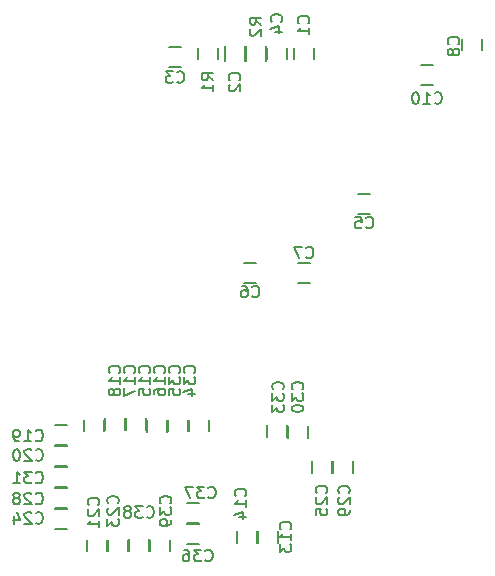
<source format=gbo>
G04 #@! TF.FileFunction,Legend,Bot*
%FSLAX46Y46*%
G04 Gerber Fmt 4.6, Leading zero omitted, Abs format (unit mm)*
G04 Created by KiCad (PCBNEW (2015-09-23 BZR 6209)-product) date Thu 24 Sep 2015 02:01:43 PM EDT*
%MOMM*%
G01*
G04 APERTURE LIST*
%ADD10C,0.100000*%
%ADD11C,0.150000*%
G04 APERTURE END LIST*
D10*
D11*
X25742000Y-10168000D02*
X25742000Y-11168000D01*
X24042000Y-11168000D02*
X24042000Y-10168000D01*
X17614000Y-10168000D02*
X17614000Y-11168000D01*
X15914000Y-11168000D02*
X15914000Y-10168000D01*
X14470000Y-11772000D02*
X13470000Y-11772000D01*
X13470000Y-10072000D02*
X14470000Y-10072000D01*
X23456000Y-10168000D02*
X23456000Y-11168000D01*
X21756000Y-11168000D02*
X21756000Y-10168000D01*
X30488000Y-24218000D02*
X29488000Y-24218000D01*
X29488000Y-22518000D02*
X30488000Y-22518000D01*
X20820000Y-30060000D02*
X19820000Y-30060000D01*
X19820000Y-28360000D02*
X20820000Y-28360000D01*
X24392000Y-28360000D02*
X25392000Y-28360000D01*
X25392000Y-30060000D02*
X24392000Y-30060000D01*
X38266000Y-10406000D02*
X38266000Y-9406000D01*
X39966000Y-9406000D02*
X39966000Y-10406000D01*
X35806000Y-13296000D02*
X34806000Y-13296000D01*
X34806000Y-11596000D02*
X35806000Y-11596000D01*
X22694000Y-51078000D02*
X22694000Y-52078000D01*
X20994000Y-52078000D02*
X20994000Y-51078000D01*
X20916000Y-51078000D02*
X20916000Y-52078000D01*
X19216000Y-52078000D02*
X19216000Y-51078000D01*
X11518000Y-41521000D02*
X11518000Y-42521000D01*
X9818000Y-42521000D02*
X9818000Y-41521000D01*
X13296000Y-41680000D02*
X13296000Y-42680000D01*
X11596000Y-42680000D02*
X11596000Y-41680000D01*
X9740000Y-41521000D02*
X9740000Y-42521000D01*
X8040000Y-42521000D02*
X8040000Y-41521000D01*
X7962000Y-41664000D02*
X7962000Y-42664000D01*
X6262000Y-42664000D02*
X6262000Y-41664000D01*
X3818000Y-42076000D02*
X4818000Y-42076000D01*
X4818000Y-43776000D02*
X3818000Y-43776000D01*
X3818000Y-43854000D02*
X4818000Y-43854000D01*
X4818000Y-45554000D02*
X3818000Y-45554000D01*
X6516000Y-52824000D02*
X6516000Y-51824000D01*
X8216000Y-51824000D02*
X8216000Y-52824000D01*
X8294000Y-52824000D02*
X8294000Y-51824000D01*
X9994000Y-51824000D02*
X9994000Y-52824000D01*
X3802000Y-49188000D02*
X4802000Y-49188000D01*
X4802000Y-50888000D02*
X3802000Y-50888000D01*
X25566000Y-46204000D02*
X25566000Y-45204000D01*
X27266000Y-45204000D02*
X27266000Y-46204000D01*
X3834000Y-47410000D02*
X4834000Y-47410000D01*
X4834000Y-49110000D02*
X3834000Y-49110000D01*
X27344000Y-46204000D02*
X27344000Y-45204000D01*
X29044000Y-45204000D02*
X29044000Y-46204000D01*
X23534000Y-43188000D02*
X23534000Y-42188000D01*
X25234000Y-42188000D02*
X25234000Y-43188000D01*
X3834000Y-45632000D02*
X4834000Y-45632000D01*
X4834000Y-47332000D02*
X3834000Y-47332000D01*
X21756000Y-43156000D02*
X21756000Y-42156000D01*
X23456000Y-42156000D02*
X23456000Y-43156000D01*
X16852000Y-41664000D02*
X16852000Y-42664000D01*
X15152000Y-42664000D02*
X15152000Y-41664000D01*
X15074000Y-41664000D02*
X15074000Y-42664000D01*
X13374000Y-42664000D02*
X13374000Y-41664000D01*
X16010000Y-52158000D02*
X15010000Y-52158000D01*
X15010000Y-50458000D02*
X16010000Y-50458000D01*
X15994000Y-50380000D02*
X14994000Y-50380000D01*
X14994000Y-48680000D02*
X15994000Y-48680000D01*
X10072000Y-52808000D02*
X10072000Y-51808000D01*
X11772000Y-51808000D02*
X11772000Y-52808000D01*
X11850000Y-52824000D02*
X11850000Y-51824000D01*
X13550000Y-51824000D02*
X13550000Y-52824000D01*
X19925000Y-11268000D02*
X19925000Y-10068000D01*
X18175000Y-10068000D02*
X18175000Y-11268000D01*
X19953000Y-10068000D02*
X19953000Y-11268000D01*
X21703000Y-11268000D02*
X21703000Y-10068000D01*
X25249143Y-8088334D02*
X25296762Y-8040715D01*
X25344381Y-7897858D01*
X25344381Y-7802620D01*
X25296762Y-7659762D01*
X25201524Y-7564524D01*
X25106286Y-7516905D01*
X24915810Y-7469286D01*
X24772952Y-7469286D01*
X24582476Y-7516905D01*
X24487238Y-7564524D01*
X24392000Y-7659762D01*
X24344381Y-7802620D01*
X24344381Y-7897858D01*
X24392000Y-8040715D01*
X24439619Y-8088334D01*
X25344381Y-9040715D02*
X25344381Y-8469286D01*
X25344381Y-8755000D02*
X24344381Y-8755000D01*
X24487238Y-8659762D01*
X24582476Y-8564524D01*
X24630095Y-8469286D01*
X19407143Y-12914334D02*
X19454762Y-12866715D01*
X19502381Y-12723858D01*
X19502381Y-12628620D01*
X19454762Y-12485762D01*
X19359524Y-12390524D01*
X19264286Y-12342905D01*
X19073810Y-12295286D01*
X18930952Y-12295286D01*
X18740476Y-12342905D01*
X18645238Y-12390524D01*
X18550000Y-12485762D01*
X18502381Y-12628620D01*
X18502381Y-12723858D01*
X18550000Y-12866715D01*
X18597619Y-12914334D01*
X18597619Y-13295286D02*
X18550000Y-13342905D01*
X18502381Y-13438143D01*
X18502381Y-13676239D01*
X18550000Y-13771477D01*
X18597619Y-13819096D01*
X18692857Y-13866715D01*
X18788095Y-13866715D01*
X18930952Y-13819096D01*
X19502381Y-13247667D01*
X19502381Y-13866715D01*
X14136666Y-13057143D02*
X14184285Y-13104762D01*
X14327142Y-13152381D01*
X14422380Y-13152381D01*
X14565238Y-13104762D01*
X14660476Y-13009524D01*
X14708095Y-12914286D01*
X14755714Y-12723810D01*
X14755714Y-12580952D01*
X14708095Y-12390476D01*
X14660476Y-12295238D01*
X14565238Y-12200000D01*
X14422380Y-12152381D01*
X14327142Y-12152381D01*
X14184285Y-12200000D01*
X14136666Y-12247619D01*
X13803333Y-12152381D02*
X13184285Y-12152381D01*
X13517619Y-12533333D01*
X13374761Y-12533333D01*
X13279523Y-12580952D01*
X13231904Y-12628571D01*
X13184285Y-12723810D01*
X13184285Y-12961905D01*
X13231904Y-13057143D01*
X13279523Y-13104762D01*
X13374761Y-13152381D01*
X13660476Y-13152381D01*
X13755714Y-13104762D01*
X13803333Y-13057143D01*
X22963143Y-7961334D02*
X23010762Y-7913715D01*
X23058381Y-7770858D01*
X23058381Y-7675620D01*
X23010762Y-7532762D01*
X22915524Y-7437524D01*
X22820286Y-7389905D01*
X22629810Y-7342286D01*
X22486952Y-7342286D01*
X22296476Y-7389905D01*
X22201238Y-7437524D01*
X22106000Y-7532762D01*
X22058381Y-7675620D01*
X22058381Y-7770858D01*
X22106000Y-7913715D01*
X22153619Y-7961334D01*
X22391714Y-8818477D02*
X23058381Y-8818477D01*
X22010762Y-8580381D02*
X22725048Y-8342286D01*
X22725048Y-8961334D01*
X30138666Y-25376143D02*
X30186285Y-25423762D01*
X30329142Y-25471381D01*
X30424380Y-25471381D01*
X30567238Y-25423762D01*
X30662476Y-25328524D01*
X30710095Y-25233286D01*
X30757714Y-25042810D01*
X30757714Y-24899952D01*
X30710095Y-24709476D01*
X30662476Y-24614238D01*
X30567238Y-24519000D01*
X30424380Y-24471381D01*
X30329142Y-24471381D01*
X30186285Y-24519000D01*
X30138666Y-24566619D01*
X29233904Y-24471381D02*
X29710095Y-24471381D01*
X29757714Y-24947571D01*
X29710095Y-24899952D01*
X29614857Y-24852333D01*
X29376761Y-24852333D01*
X29281523Y-24899952D01*
X29233904Y-24947571D01*
X29186285Y-25042810D01*
X29186285Y-25280905D01*
X29233904Y-25376143D01*
X29281523Y-25423762D01*
X29376761Y-25471381D01*
X29614857Y-25471381D01*
X29710095Y-25423762D01*
X29757714Y-25376143D01*
X20486666Y-31218143D02*
X20534285Y-31265762D01*
X20677142Y-31313381D01*
X20772380Y-31313381D01*
X20915238Y-31265762D01*
X21010476Y-31170524D01*
X21058095Y-31075286D01*
X21105714Y-30884810D01*
X21105714Y-30741952D01*
X21058095Y-30551476D01*
X21010476Y-30456238D01*
X20915238Y-30361000D01*
X20772380Y-30313381D01*
X20677142Y-30313381D01*
X20534285Y-30361000D01*
X20486666Y-30408619D01*
X19629523Y-30313381D02*
X19820000Y-30313381D01*
X19915238Y-30361000D01*
X19962857Y-30408619D01*
X20058095Y-30551476D01*
X20105714Y-30741952D01*
X20105714Y-31122905D01*
X20058095Y-31218143D01*
X20010476Y-31265762D01*
X19915238Y-31313381D01*
X19724761Y-31313381D01*
X19629523Y-31265762D01*
X19581904Y-31218143D01*
X19534285Y-31122905D01*
X19534285Y-30884810D01*
X19581904Y-30789571D01*
X19629523Y-30741952D01*
X19724761Y-30694333D01*
X19915238Y-30694333D01*
X20010476Y-30741952D01*
X20058095Y-30789571D01*
X20105714Y-30884810D01*
X25058666Y-27916143D02*
X25106285Y-27963762D01*
X25249142Y-28011381D01*
X25344380Y-28011381D01*
X25487238Y-27963762D01*
X25582476Y-27868524D01*
X25630095Y-27773286D01*
X25677714Y-27582810D01*
X25677714Y-27439952D01*
X25630095Y-27249476D01*
X25582476Y-27154238D01*
X25487238Y-27059000D01*
X25344380Y-27011381D01*
X25249142Y-27011381D01*
X25106285Y-27059000D01*
X25058666Y-27106619D01*
X24725333Y-27011381D02*
X24058666Y-27011381D01*
X24487238Y-28011381D01*
X37949143Y-9866334D02*
X37996762Y-9818715D01*
X38044381Y-9675858D01*
X38044381Y-9580620D01*
X37996762Y-9437762D01*
X37901524Y-9342524D01*
X37806286Y-9294905D01*
X37615810Y-9247286D01*
X37472952Y-9247286D01*
X37282476Y-9294905D01*
X37187238Y-9342524D01*
X37092000Y-9437762D01*
X37044381Y-9580620D01*
X37044381Y-9675858D01*
X37092000Y-9818715D01*
X37139619Y-9866334D01*
X37472952Y-10437762D02*
X37425333Y-10342524D01*
X37377714Y-10294905D01*
X37282476Y-10247286D01*
X37234857Y-10247286D01*
X37139619Y-10294905D01*
X37092000Y-10342524D01*
X37044381Y-10437762D01*
X37044381Y-10628239D01*
X37092000Y-10723477D01*
X37139619Y-10771096D01*
X37234857Y-10818715D01*
X37282476Y-10818715D01*
X37377714Y-10771096D01*
X37425333Y-10723477D01*
X37472952Y-10628239D01*
X37472952Y-10437762D01*
X37520571Y-10342524D01*
X37568190Y-10294905D01*
X37663429Y-10247286D01*
X37853905Y-10247286D01*
X37949143Y-10294905D01*
X37996762Y-10342524D01*
X38044381Y-10437762D01*
X38044381Y-10628239D01*
X37996762Y-10723477D01*
X37949143Y-10771096D01*
X37853905Y-10818715D01*
X37663429Y-10818715D01*
X37568190Y-10771096D01*
X37520571Y-10723477D01*
X37472952Y-10628239D01*
X35948857Y-14835143D02*
X35996476Y-14882762D01*
X36139333Y-14930381D01*
X36234571Y-14930381D01*
X36377429Y-14882762D01*
X36472667Y-14787524D01*
X36520286Y-14692286D01*
X36567905Y-14501810D01*
X36567905Y-14358952D01*
X36520286Y-14168476D01*
X36472667Y-14073238D01*
X36377429Y-13978000D01*
X36234571Y-13930381D01*
X36139333Y-13930381D01*
X35996476Y-13978000D01*
X35948857Y-14025619D01*
X34996476Y-14930381D02*
X35567905Y-14930381D01*
X35282191Y-14930381D02*
X35282191Y-13930381D01*
X35377429Y-14073238D01*
X35472667Y-14168476D01*
X35567905Y-14216095D01*
X34377429Y-13930381D02*
X34282190Y-13930381D01*
X34186952Y-13978000D01*
X34139333Y-14025619D01*
X34091714Y-14120857D01*
X34044095Y-14311333D01*
X34044095Y-14549429D01*
X34091714Y-14739905D01*
X34139333Y-14835143D01*
X34186952Y-14882762D01*
X34282190Y-14930381D01*
X34377429Y-14930381D01*
X34472667Y-14882762D01*
X34520286Y-14835143D01*
X34567905Y-14739905D01*
X34615524Y-14549429D01*
X34615524Y-14311333D01*
X34567905Y-14120857D01*
X34520286Y-14025619D01*
X34472667Y-13978000D01*
X34377429Y-13930381D01*
X23725143Y-50935143D02*
X23772762Y-50887524D01*
X23820381Y-50744667D01*
X23820381Y-50649429D01*
X23772762Y-50506571D01*
X23677524Y-50411333D01*
X23582286Y-50363714D01*
X23391810Y-50316095D01*
X23248952Y-50316095D01*
X23058476Y-50363714D01*
X22963238Y-50411333D01*
X22868000Y-50506571D01*
X22820381Y-50649429D01*
X22820381Y-50744667D01*
X22868000Y-50887524D01*
X22915619Y-50935143D01*
X23820381Y-51887524D02*
X23820381Y-51316095D01*
X23820381Y-51601809D02*
X22820381Y-51601809D01*
X22963238Y-51506571D01*
X23058476Y-51411333D01*
X23106095Y-51316095D01*
X22820381Y-52220857D02*
X22820381Y-52839905D01*
X23201333Y-52506571D01*
X23201333Y-52649429D01*
X23248952Y-52744667D01*
X23296571Y-52792286D01*
X23391810Y-52839905D01*
X23629905Y-52839905D01*
X23725143Y-52792286D01*
X23772762Y-52744667D01*
X23820381Y-52649429D01*
X23820381Y-52363714D01*
X23772762Y-52268476D01*
X23725143Y-52220857D01*
X19915143Y-48125143D02*
X19962762Y-48077524D01*
X20010381Y-47934667D01*
X20010381Y-47839429D01*
X19962762Y-47696571D01*
X19867524Y-47601333D01*
X19772286Y-47553714D01*
X19581810Y-47506095D01*
X19438952Y-47506095D01*
X19248476Y-47553714D01*
X19153238Y-47601333D01*
X19058000Y-47696571D01*
X19010381Y-47839429D01*
X19010381Y-47934667D01*
X19058000Y-48077524D01*
X19105619Y-48125143D01*
X20010381Y-49077524D02*
X20010381Y-48506095D01*
X20010381Y-48791809D02*
X19010381Y-48791809D01*
X19153238Y-48696571D01*
X19248476Y-48601333D01*
X19296095Y-48506095D01*
X19343714Y-49934667D02*
X20010381Y-49934667D01*
X18962762Y-49696571D02*
X19677048Y-49458476D01*
X19677048Y-50077524D01*
X11787143Y-37711143D02*
X11834762Y-37663524D01*
X11882381Y-37520667D01*
X11882381Y-37425429D01*
X11834762Y-37282571D01*
X11739524Y-37187333D01*
X11644286Y-37139714D01*
X11453810Y-37092095D01*
X11310952Y-37092095D01*
X11120476Y-37139714D01*
X11025238Y-37187333D01*
X10930000Y-37282571D01*
X10882381Y-37425429D01*
X10882381Y-37520667D01*
X10930000Y-37663524D01*
X10977619Y-37711143D01*
X11882381Y-38663524D02*
X11882381Y-38092095D01*
X11882381Y-38377809D02*
X10882381Y-38377809D01*
X11025238Y-38282571D01*
X11120476Y-38187333D01*
X11168095Y-38092095D01*
X10882381Y-39568286D02*
X10882381Y-39092095D01*
X11358571Y-39044476D01*
X11310952Y-39092095D01*
X11263333Y-39187333D01*
X11263333Y-39425429D01*
X11310952Y-39520667D01*
X11358571Y-39568286D01*
X11453810Y-39615905D01*
X11691905Y-39615905D01*
X11787143Y-39568286D01*
X11834762Y-39520667D01*
X11882381Y-39425429D01*
X11882381Y-39187333D01*
X11834762Y-39092095D01*
X11787143Y-39044476D01*
X13057143Y-37711143D02*
X13104762Y-37663524D01*
X13152381Y-37520667D01*
X13152381Y-37425429D01*
X13104762Y-37282571D01*
X13009524Y-37187333D01*
X12914286Y-37139714D01*
X12723810Y-37092095D01*
X12580952Y-37092095D01*
X12390476Y-37139714D01*
X12295238Y-37187333D01*
X12200000Y-37282571D01*
X12152381Y-37425429D01*
X12152381Y-37520667D01*
X12200000Y-37663524D01*
X12247619Y-37711143D01*
X13152381Y-38663524D02*
X13152381Y-38092095D01*
X13152381Y-38377809D02*
X12152381Y-38377809D01*
X12295238Y-38282571D01*
X12390476Y-38187333D01*
X12438095Y-38092095D01*
X12152381Y-39520667D02*
X12152381Y-39330190D01*
X12200000Y-39234952D01*
X12247619Y-39187333D01*
X12390476Y-39092095D01*
X12580952Y-39044476D01*
X12961905Y-39044476D01*
X13057143Y-39092095D01*
X13104762Y-39139714D01*
X13152381Y-39234952D01*
X13152381Y-39425429D01*
X13104762Y-39520667D01*
X13057143Y-39568286D01*
X12961905Y-39615905D01*
X12723810Y-39615905D01*
X12628571Y-39568286D01*
X12580952Y-39520667D01*
X12533333Y-39425429D01*
X12533333Y-39234952D01*
X12580952Y-39139714D01*
X12628571Y-39092095D01*
X12723810Y-39044476D01*
X10517143Y-37711143D02*
X10564762Y-37663524D01*
X10612381Y-37520667D01*
X10612381Y-37425429D01*
X10564762Y-37282571D01*
X10469524Y-37187333D01*
X10374286Y-37139714D01*
X10183810Y-37092095D01*
X10040952Y-37092095D01*
X9850476Y-37139714D01*
X9755238Y-37187333D01*
X9660000Y-37282571D01*
X9612381Y-37425429D01*
X9612381Y-37520667D01*
X9660000Y-37663524D01*
X9707619Y-37711143D01*
X10612381Y-38663524D02*
X10612381Y-38092095D01*
X10612381Y-38377809D02*
X9612381Y-38377809D01*
X9755238Y-38282571D01*
X9850476Y-38187333D01*
X9898095Y-38092095D01*
X9612381Y-38996857D02*
X9612381Y-39663524D01*
X10612381Y-39234952D01*
X9247143Y-37711143D02*
X9294762Y-37663524D01*
X9342381Y-37520667D01*
X9342381Y-37425429D01*
X9294762Y-37282571D01*
X9199524Y-37187333D01*
X9104286Y-37139714D01*
X8913810Y-37092095D01*
X8770952Y-37092095D01*
X8580476Y-37139714D01*
X8485238Y-37187333D01*
X8390000Y-37282571D01*
X8342381Y-37425429D01*
X8342381Y-37520667D01*
X8390000Y-37663524D01*
X8437619Y-37711143D01*
X9342381Y-38663524D02*
X9342381Y-38092095D01*
X9342381Y-38377809D02*
X8342381Y-38377809D01*
X8485238Y-38282571D01*
X8580476Y-38187333D01*
X8628095Y-38092095D01*
X8770952Y-39234952D02*
X8723333Y-39139714D01*
X8675714Y-39092095D01*
X8580476Y-39044476D01*
X8532857Y-39044476D01*
X8437619Y-39092095D01*
X8390000Y-39139714D01*
X8342381Y-39234952D01*
X8342381Y-39425429D01*
X8390000Y-39520667D01*
X8437619Y-39568286D01*
X8532857Y-39615905D01*
X8580476Y-39615905D01*
X8675714Y-39568286D01*
X8723333Y-39520667D01*
X8770952Y-39425429D01*
X8770952Y-39234952D01*
X8818571Y-39139714D01*
X8866190Y-39092095D01*
X8961429Y-39044476D01*
X9151905Y-39044476D01*
X9247143Y-39092095D01*
X9294762Y-39139714D01*
X9342381Y-39234952D01*
X9342381Y-39425429D01*
X9294762Y-39520667D01*
X9247143Y-39568286D01*
X9151905Y-39615905D01*
X8961429Y-39615905D01*
X8866190Y-39568286D01*
X8818571Y-39520667D01*
X8770952Y-39425429D01*
X2166857Y-43410143D02*
X2214476Y-43457762D01*
X2357333Y-43505381D01*
X2452571Y-43505381D01*
X2595429Y-43457762D01*
X2690667Y-43362524D01*
X2738286Y-43267286D01*
X2785905Y-43076810D01*
X2785905Y-42933952D01*
X2738286Y-42743476D01*
X2690667Y-42648238D01*
X2595429Y-42553000D01*
X2452571Y-42505381D01*
X2357333Y-42505381D01*
X2214476Y-42553000D01*
X2166857Y-42600619D01*
X1214476Y-43505381D02*
X1785905Y-43505381D01*
X1500191Y-43505381D02*
X1500191Y-42505381D01*
X1595429Y-42648238D01*
X1690667Y-42743476D01*
X1785905Y-42791095D01*
X738286Y-43505381D02*
X547810Y-43505381D01*
X452571Y-43457762D01*
X404952Y-43410143D01*
X309714Y-43267286D01*
X262095Y-43076810D01*
X262095Y-42695857D01*
X309714Y-42600619D01*
X357333Y-42553000D01*
X452571Y-42505381D01*
X643048Y-42505381D01*
X738286Y-42553000D01*
X785905Y-42600619D01*
X833524Y-42695857D01*
X833524Y-42933952D01*
X785905Y-43029190D01*
X738286Y-43076810D01*
X643048Y-43124429D01*
X452571Y-43124429D01*
X357333Y-43076810D01*
X309714Y-43029190D01*
X262095Y-42933952D01*
X2166857Y-45061143D02*
X2214476Y-45108762D01*
X2357333Y-45156381D01*
X2452571Y-45156381D01*
X2595429Y-45108762D01*
X2690667Y-45013524D01*
X2738286Y-44918286D01*
X2785905Y-44727810D01*
X2785905Y-44584952D01*
X2738286Y-44394476D01*
X2690667Y-44299238D01*
X2595429Y-44204000D01*
X2452571Y-44156381D01*
X2357333Y-44156381D01*
X2214476Y-44204000D01*
X2166857Y-44251619D01*
X1785905Y-44251619D02*
X1738286Y-44204000D01*
X1643048Y-44156381D01*
X1404952Y-44156381D01*
X1309714Y-44204000D01*
X1262095Y-44251619D01*
X1214476Y-44346857D01*
X1214476Y-44442095D01*
X1262095Y-44584952D01*
X1833524Y-45156381D01*
X1214476Y-45156381D01*
X595429Y-44156381D02*
X500190Y-44156381D01*
X404952Y-44204000D01*
X357333Y-44251619D01*
X309714Y-44346857D01*
X262095Y-44537333D01*
X262095Y-44775429D01*
X309714Y-44965905D01*
X357333Y-45061143D01*
X404952Y-45108762D01*
X500190Y-45156381D01*
X595429Y-45156381D01*
X690667Y-45108762D01*
X738286Y-45061143D01*
X785905Y-44965905D01*
X833524Y-44775429D01*
X833524Y-44537333D01*
X785905Y-44346857D01*
X738286Y-44251619D01*
X690667Y-44204000D01*
X595429Y-44156381D01*
X7469143Y-48887143D02*
X7516762Y-48839524D01*
X7564381Y-48696667D01*
X7564381Y-48601429D01*
X7516762Y-48458571D01*
X7421524Y-48363333D01*
X7326286Y-48315714D01*
X7135810Y-48268095D01*
X6992952Y-48268095D01*
X6802476Y-48315714D01*
X6707238Y-48363333D01*
X6612000Y-48458571D01*
X6564381Y-48601429D01*
X6564381Y-48696667D01*
X6612000Y-48839524D01*
X6659619Y-48887143D01*
X6659619Y-49268095D02*
X6612000Y-49315714D01*
X6564381Y-49410952D01*
X6564381Y-49649048D01*
X6612000Y-49744286D01*
X6659619Y-49791905D01*
X6754857Y-49839524D01*
X6850095Y-49839524D01*
X6992952Y-49791905D01*
X7564381Y-49220476D01*
X7564381Y-49839524D01*
X7564381Y-50791905D02*
X7564381Y-50220476D01*
X7564381Y-50506190D02*
X6564381Y-50506190D01*
X6707238Y-50410952D01*
X6802476Y-50315714D01*
X6850095Y-50220476D01*
X9120143Y-48760143D02*
X9167762Y-48712524D01*
X9215381Y-48569667D01*
X9215381Y-48474429D01*
X9167762Y-48331571D01*
X9072524Y-48236333D01*
X8977286Y-48188714D01*
X8786810Y-48141095D01*
X8643952Y-48141095D01*
X8453476Y-48188714D01*
X8358238Y-48236333D01*
X8263000Y-48331571D01*
X8215381Y-48474429D01*
X8215381Y-48569667D01*
X8263000Y-48712524D01*
X8310619Y-48760143D01*
X8310619Y-49141095D02*
X8263000Y-49188714D01*
X8215381Y-49283952D01*
X8215381Y-49522048D01*
X8263000Y-49617286D01*
X8310619Y-49664905D01*
X8405857Y-49712524D01*
X8501095Y-49712524D01*
X8643952Y-49664905D01*
X9215381Y-49093476D01*
X9215381Y-49712524D01*
X8215381Y-50045857D02*
X8215381Y-50664905D01*
X8596333Y-50331571D01*
X8596333Y-50474429D01*
X8643952Y-50569667D01*
X8691571Y-50617286D01*
X8786810Y-50664905D01*
X9024905Y-50664905D01*
X9120143Y-50617286D01*
X9167762Y-50569667D01*
X9215381Y-50474429D01*
X9215381Y-50188714D01*
X9167762Y-50093476D01*
X9120143Y-50045857D01*
X2166857Y-50395143D02*
X2214476Y-50442762D01*
X2357333Y-50490381D01*
X2452571Y-50490381D01*
X2595429Y-50442762D01*
X2690667Y-50347524D01*
X2738286Y-50252286D01*
X2785905Y-50061810D01*
X2785905Y-49918952D01*
X2738286Y-49728476D01*
X2690667Y-49633238D01*
X2595429Y-49538000D01*
X2452571Y-49490381D01*
X2357333Y-49490381D01*
X2214476Y-49538000D01*
X2166857Y-49585619D01*
X1785905Y-49585619D02*
X1738286Y-49538000D01*
X1643048Y-49490381D01*
X1404952Y-49490381D01*
X1309714Y-49538000D01*
X1262095Y-49585619D01*
X1214476Y-49680857D01*
X1214476Y-49776095D01*
X1262095Y-49918952D01*
X1833524Y-50490381D01*
X1214476Y-50490381D01*
X357333Y-49823714D02*
X357333Y-50490381D01*
X595429Y-49442762D02*
X833524Y-50157048D01*
X214476Y-50157048D01*
X26773143Y-47871143D02*
X26820762Y-47823524D01*
X26868381Y-47680667D01*
X26868381Y-47585429D01*
X26820762Y-47442571D01*
X26725524Y-47347333D01*
X26630286Y-47299714D01*
X26439810Y-47252095D01*
X26296952Y-47252095D01*
X26106476Y-47299714D01*
X26011238Y-47347333D01*
X25916000Y-47442571D01*
X25868381Y-47585429D01*
X25868381Y-47680667D01*
X25916000Y-47823524D01*
X25963619Y-47871143D01*
X25963619Y-48252095D02*
X25916000Y-48299714D01*
X25868381Y-48394952D01*
X25868381Y-48633048D01*
X25916000Y-48728286D01*
X25963619Y-48775905D01*
X26058857Y-48823524D01*
X26154095Y-48823524D01*
X26296952Y-48775905D01*
X26868381Y-48204476D01*
X26868381Y-48823524D01*
X25868381Y-49728286D02*
X25868381Y-49252095D01*
X26344571Y-49204476D01*
X26296952Y-49252095D01*
X26249333Y-49347333D01*
X26249333Y-49585429D01*
X26296952Y-49680667D01*
X26344571Y-49728286D01*
X26439810Y-49775905D01*
X26677905Y-49775905D01*
X26773143Y-49728286D01*
X26820762Y-49680667D01*
X26868381Y-49585429D01*
X26868381Y-49347333D01*
X26820762Y-49252095D01*
X26773143Y-49204476D01*
X2166857Y-48744143D02*
X2214476Y-48791762D01*
X2357333Y-48839381D01*
X2452571Y-48839381D01*
X2595429Y-48791762D01*
X2690667Y-48696524D01*
X2738286Y-48601286D01*
X2785905Y-48410810D01*
X2785905Y-48267952D01*
X2738286Y-48077476D01*
X2690667Y-47982238D01*
X2595429Y-47887000D01*
X2452571Y-47839381D01*
X2357333Y-47839381D01*
X2214476Y-47887000D01*
X2166857Y-47934619D01*
X1785905Y-47934619D02*
X1738286Y-47887000D01*
X1643048Y-47839381D01*
X1404952Y-47839381D01*
X1309714Y-47887000D01*
X1262095Y-47934619D01*
X1214476Y-48029857D01*
X1214476Y-48125095D01*
X1262095Y-48267952D01*
X1833524Y-48839381D01*
X1214476Y-48839381D01*
X643048Y-48267952D02*
X738286Y-48220333D01*
X785905Y-48172714D01*
X833524Y-48077476D01*
X833524Y-48029857D01*
X785905Y-47934619D01*
X738286Y-47887000D01*
X643048Y-47839381D01*
X452571Y-47839381D01*
X357333Y-47887000D01*
X309714Y-47934619D01*
X262095Y-48029857D01*
X262095Y-48077476D01*
X309714Y-48172714D01*
X357333Y-48220333D01*
X452571Y-48267952D01*
X643048Y-48267952D01*
X738286Y-48315571D01*
X785905Y-48363190D01*
X833524Y-48458429D01*
X833524Y-48648905D01*
X785905Y-48744143D01*
X738286Y-48791762D01*
X643048Y-48839381D01*
X452571Y-48839381D01*
X357333Y-48791762D01*
X309714Y-48744143D01*
X262095Y-48648905D01*
X262095Y-48458429D01*
X309714Y-48363190D01*
X357333Y-48315571D01*
X452571Y-48267952D01*
X28678143Y-47871143D02*
X28725762Y-47823524D01*
X28773381Y-47680667D01*
X28773381Y-47585429D01*
X28725762Y-47442571D01*
X28630524Y-47347333D01*
X28535286Y-47299714D01*
X28344810Y-47252095D01*
X28201952Y-47252095D01*
X28011476Y-47299714D01*
X27916238Y-47347333D01*
X27821000Y-47442571D01*
X27773381Y-47585429D01*
X27773381Y-47680667D01*
X27821000Y-47823524D01*
X27868619Y-47871143D01*
X27868619Y-48252095D02*
X27821000Y-48299714D01*
X27773381Y-48394952D01*
X27773381Y-48633048D01*
X27821000Y-48728286D01*
X27868619Y-48775905D01*
X27963857Y-48823524D01*
X28059095Y-48823524D01*
X28201952Y-48775905D01*
X28773381Y-48204476D01*
X28773381Y-48823524D01*
X28773381Y-49299714D02*
X28773381Y-49490190D01*
X28725762Y-49585429D01*
X28678143Y-49633048D01*
X28535286Y-49728286D01*
X28344810Y-49775905D01*
X27963857Y-49775905D01*
X27868619Y-49728286D01*
X27821000Y-49680667D01*
X27773381Y-49585429D01*
X27773381Y-49394952D01*
X27821000Y-49299714D01*
X27868619Y-49252095D01*
X27963857Y-49204476D01*
X28201952Y-49204476D01*
X28297190Y-49252095D01*
X28344810Y-49299714D01*
X28392429Y-49394952D01*
X28392429Y-49585429D01*
X28344810Y-49680667D01*
X28297190Y-49728286D01*
X28201952Y-49775905D01*
X24741143Y-39108143D02*
X24788762Y-39060524D01*
X24836381Y-38917667D01*
X24836381Y-38822429D01*
X24788762Y-38679571D01*
X24693524Y-38584333D01*
X24598286Y-38536714D01*
X24407810Y-38489095D01*
X24264952Y-38489095D01*
X24074476Y-38536714D01*
X23979238Y-38584333D01*
X23884000Y-38679571D01*
X23836381Y-38822429D01*
X23836381Y-38917667D01*
X23884000Y-39060524D01*
X23931619Y-39108143D01*
X23836381Y-39441476D02*
X23836381Y-40060524D01*
X24217333Y-39727190D01*
X24217333Y-39870048D01*
X24264952Y-39965286D01*
X24312571Y-40012905D01*
X24407810Y-40060524D01*
X24645905Y-40060524D01*
X24741143Y-40012905D01*
X24788762Y-39965286D01*
X24836381Y-39870048D01*
X24836381Y-39584333D01*
X24788762Y-39489095D01*
X24741143Y-39441476D01*
X23836381Y-40679571D02*
X23836381Y-40774810D01*
X23884000Y-40870048D01*
X23931619Y-40917667D01*
X24026857Y-40965286D01*
X24217333Y-41012905D01*
X24455429Y-41012905D01*
X24645905Y-40965286D01*
X24741143Y-40917667D01*
X24788762Y-40870048D01*
X24836381Y-40774810D01*
X24836381Y-40679571D01*
X24788762Y-40584333D01*
X24741143Y-40536714D01*
X24645905Y-40489095D01*
X24455429Y-40441476D01*
X24217333Y-40441476D01*
X24026857Y-40489095D01*
X23931619Y-40536714D01*
X23884000Y-40584333D01*
X23836381Y-40679571D01*
X2166857Y-46966143D02*
X2214476Y-47013762D01*
X2357333Y-47061381D01*
X2452571Y-47061381D01*
X2595429Y-47013762D01*
X2690667Y-46918524D01*
X2738286Y-46823286D01*
X2785905Y-46632810D01*
X2785905Y-46489952D01*
X2738286Y-46299476D01*
X2690667Y-46204238D01*
X2595429Y-46109000D01*
X2452571Y-46061381D01*
X2357333Y-46061381D01*
X2214476Y-46109000D01*
X2166857Y-46156619D01*
X1833524Y-46061381D02*
X1214476Y-46061381D01*
X1547810Y-46442333D01*
X1404952Y-46442333D01*
X1309714Y-46489952D01*
X1262095Y-46537571D01*
X1214476Y-46632810D01*
X1214476Y-46870905D01*
X1262095Y-46966143D01*
X1309714Y-47013762D01*
X1404952Y-47061381D01*
X1690667Y-47061381D01*
X1785905Y-47013762D01*
X1833524Y-46966143D01*
X262095Y-47061381D02*
X833524Y-47061381D01*
X547810Y-47061381D02*
X547810Y-46061381D01*
X643048Y-46204238D01*
X738286Y-46299476D01*
X833524Y-46347095D01*
X23090143Y-39108143D02*
X23137762Y-39060524D01*
X23185381Y-38917667D01*
X23185381Y-38822429D01*
X23137762Y-38679571D01*
X23042524Y-38584333D01*
X22947286Y-38536714D01*
X22756810Y-38489095D01*
X22613952Y-38489095D01*
X22423476Y-38536714D01*
X22328238Y-38584333D01*
X22233000Y-38679571D01*
X22185381Y-38822429D01*
X22185381Y-38917667D01*
X22233000Y-39060524D01*
X22280619Y-39108143D01*
X22185381Y-39441476D02*
X22185381Y-40060524D01*
X22566333Y-39727190D01*
X22566333Y-39870048D01*
X22613952Y-39965286D01*
X22661571Y-40012905D01*
X22756810Y-40060524D01*
X22994905Y-40060524D01*
X23090143Y-40012905D01*
X23137762Y-39965286D01*
X23185381Y-39870048D01*
X23185381Y-39584333D01*
X23137762Y-39489095D01*
X23090143Y-39441476D01*
X22185381Y-40393857D02*
X22185381Y-41012905D01*
X22566333Y-40679571D01*
X22566333Y-40822429D01*
X22613952Y-40917667D01*
X22661571Y-40965286D01*
X22756810Y-41012905D01*
X22994905Y-41012905D01*
X23090143Y-40965286D01*
X23137762Y-40917667D01*
X23185381Y-40822429D01*
X23185381Y-40536714D01*
X23137762Y-40441476D01*
X23090143Y-40393857D01*
X15597143Y-37711143D02*
X15644762Y-37663524D01*
X15692381Y-37520667D01*
X15692381Y-37425429D01*
X15644762Y-37282571D01*
X15549524Y-37187333D01*
X15454286Y-37139714D01*
X15263810Y-37092095D01*
X15120952Y-37092095D01*
X14930476Y-37139714D01*
X14835238Y-37187333D01*
X14740000Y-37282571D01*
X14692381Y-37425429D01*
X14692381Y-37520667D01*
X14740000Y-37663524D01*
X14787619Y-37711143D01*
X14692381Y-38044476D02*
X14692381Y-38663524D01*
X15073333Y-38330190D01*
X15073333Y-38473048D01*
X15120952Y-38568286D01*
X15168571Y-38615905D01*
X15263810Y-38663524D01*
X15501905Y-38663524D01*
X15597143Y-38615905D01*
X15644762Y-38568286D01*
X15692381Y-38473048D01*
X15692381Y-38187333D01*
X15644762Y-38092095D01*
X15597143Y-38044476D01*
X15025714Y-39520667D02*
X15692381Y-39520667D01*
X14644762Y-39282571D02*
X15359048Y-39044476D01*
X15359048Y-39663524D01*
X14327143Y-37711143D02*
X14374762Y-37663524D01*
X14422381Y-37520667D01*
X14422381Y-37425429D01*
X14374762Y-37282571D01*
X14279524Y-37187333D01*
X14184286Y-37139714D01*
X13993810Y-37092095D01*
X13850952Y-37092095D01*
X13660476Y-37139714D01*
X13565238Y-37187333D01*
X13470000Y-37282571D01*
X13422381Y-37425429D01*
X13422381Y-37520667D01*
X13470000Y-37663524D01*
X13517619Y-37711143D01*
X13422381Y-38044476D02*
X13422381Y-38663524D01*
X13803333Y-38330190D01*
X13803333Y-38473048D01*
X13850952Y-38568286D01*
X13898571Y-38615905D01*
X13993810Y-38663524D01*
X14231905Y-38663524D01*
X14327143Y-38615905D01*
X14374762Y-38568286D01*
X14422381Y-38473048D01*
X14422381Y-38187333D01*
X14374762Y-38092095D01*
X14327143Y-38044476D01*
X13422381Y-39568286D02*
X13422381Y-39092095D01*
X13898571Y-39044476D01*
X13850952Y-39092095D01*
X13803333Y-39187333D01*
X13803333Y-39425429D01*
X13850952Y-39520667D01*
X13898571Y-39568286D01*
X13993810Y-39615905D01*
X14231905Y-39615905D01*
X14327143Y-39568286D01*
X14374762Y-39520667D01*
X14422381Y-39425429D01*
X14422381Y-39187333D01*
X14374762Y-39092095D01*
X14327143Y-39044476D01*
X16517857Y-53570143D02*
X16565476Y-53617762D01*
X16708333Y-53665381D01*
X16803571Y-53665381D01*
X16946429Y-53617762D01*
X17041667Y-53522524D01*
X17089286Y-53427286D01*
X17136905Y-53236810D01*
X17136905Y-53093952D01*
X17089286Y-52903476D01*
X17041667Y-52808238D01*
X16946429Y-52713000D01*
X16803571Y-52665381D01*
X16708333Y-52665381D01*
X16565476Y-52713000D01*
X16517857Y-52760619D01*
X16184524Y-52665381D02*
X15565476Y-52665381D01*
X15898810Y-53046333D01*
X15755952Y-53046333D01*
X15660714Y-53093952D01*
X15613095Y-53141571D01*
X15565476Y-53236810D01*
X15565476Y-53474905D01*
X15613095Y-53570143D01*
X15660714Y-53617762D01*
X15755952Y-53665381D01*
X16041667Y-53665381D01*
X16136905Y-53617762D01*
X16184524Y-53570143D01*
X14708333Y-52665381D02*
X14898810Y-52665381D01*
X14994048Y-52713000D01*
X15041667Y-52760619D01*
X15136905Y-52903476D01*
X15184524Y-53093952D01*
X15184524Y-53474905D01*
X15136905Y-53570143D01*
X15089286Y-53617762D01*
X14994048Y-53665381D01*
X14803571Y-53665381D01*
X14708333Y-53617762D01*
X14660714Y-53570143D01*
X14613095Y-53474905D01*
X14613095Y-53236810D01*
X14660714Y-53141571D01*
X14708333Y-53093952D01*
X14803571Y-53046333D01*
X14994048Y-53046333D01*
X15089286Y-53093952D01*
X15136905Y-53141571D01*
X15184524Y-53236810D01*
X16771857Y-48236143D02*
X16819476Y-48283762D01*
X16962333Y-48331381D01*
X17057571Y-48331381D01*
X17200429Y-48283762D01*
X17295667Y-48188524D01*
X17343286Y-48093286D01*
X17390905Y-47902810D01*
X17390905Y-47759952D01*
X17343286Y-47569476D01*
X17295667Y-47474238D01*
X17200429Y-47379000D01*
X17057571Y-47331381D01*
X16962333Y-47331381D01*
X16819476Y-47379000D01*
X16771857Y-47426619D01*
X16438524Y-47331381D02*
X15819476Y-47331381D01*
X16152810Y-47712333D01*
X16009952Y-47712333D01*
X15914714Y-47759952D01*
X15867095Y-47807571D01*
X15819476Y-47902810D01*
X15819476Y-48140905D01*
X15867095Y-48236143D01*
X15914714Y-48283762D01*
X16009952Y-48331381D01*
X16295667Y-48331381D01*
X16390905Y-48283762D01*
X16438524Y-48236143D01*
X15486143Y-47331381D02*
X14819476Y-47331381D01*
X15248048Y-48331381D01*
X11564857Y-49887143D02*
X11612476Y-49934762D01*
X11755333Y-49982381D01*
X11850571Y-49982381D01*
X11993429Y-49934762D01*
X12088667Y-49839524D01*
X12136286Y-49744286D01*
X12183905Y-49553810D01*
X12183905Y-49410952D01*
X12136286Y-49220476D01*
X12088667Y-49125238D01*
X11993429Y-49030000D01*
X11850571Y-48982381D01*
X11755333Y-48982381D01*
X11612476Y-49030000D01*
X11564857Y-49077619D01*
X11231524Y-48982381D02*
X10612476Y-48982381D01*
X10945810Y-49363333D01*
X10802952Y-49363333D01*
X10707714Y-49410952D01*
X10660095Y-49458571D01*
X10612476Y-49553810D01*
X10612476Y-49791905D01*
X10660095Y-49887143D01*
X10707714Y-49934762D01*
X10802952Y-49982381D01*
X11088667Y-49982381D01*
X11183905Y-49934762D01*
X11231524Y-49887143D01*
X10041048Y-49410952D02*
X10136286Y-49363333D01*
X10183905Y-49315714D01*
X10231524Y-49220476D01*
X10231524Y-49172857D01*
X10183905Y-49077619D01*
X10136286Y-49030000D01*
X10041048Y-48982381D01*
X9850571Y-48982381D01*
X9755333Y-49030000D01*
X9707714Y-49077619D01*
X9660095Y-49172857D01*
X9660095Y-49220476D01*
X9707714Y-49315714D01*
X9755333Y-49363333D01*
X9850571Y-49410952D01*
X10041048Y-49410952D01*
X10136286Y-49458571D01*
X10183905Y-49506190D01*
X10231524Y-49601429D01*
X10231524Y-49791905D01*
X10183905Y-49887143D01*
X10136286Y-49934762D01*
X10041048Y-49982381D01*
X9850571Y-49982381D01*
X9755333Y-49934762D01*
X9707714Y-49887143D01*
X9660095Y-49791905D01*
X9660095Y-49601429D01*
X9707714Y-49506190D01*
X9755333Y-49458571D01*
X9850571Y-49410952D01*
X13565143Y-48760143D02*
X13612762Y-48712524D01*
X13660381Y-48569667D01*
X13660381Y-48474429D01*
X13612762Y-48331571D01*
X13517524Y-48236333D01*
X13422286Y-48188714D01*
X13231810Y-48141095D01*
X13088952Y-48141095D01*
X12898476Y-48188714D01*
X12803238Y-48236333D01*
X12708000Y-48331571D01*
X12660381Y-48474429D01*
X12660381Y-48569667D01*
X12708000Y-48712524D01*
X12755619Y-48760143D01*
X12660381Y-49093476D02*
X12660381Y-49712524D01*
X13041333Y-49379190D01*
X13041333Y-49522048D01*
X13088952Y-49617286D01*
X13136571Y-49664905D01*
X13231810Y-49712524D01*
X13469905Y-49712524D01*
X13565143Y-49664905D01*
X13612762Y-49617286D01*
X13660381Y-49522048D01*
X13660381Y-49236333D01*
X13612762Y-49141095D01*
X13565143Y-49093476D01*
X13660381Y-50188714D02*
X13660381Y-50379190D01*
X13612762Y-50474429D01*
X13565143Y-50522048D01*
X13422286Y-50617286D01*
X13231810Y-50664905D01*
X12850857Y-50664905D01*
X12755619Y-50617286D01*
X12708000Y-50569667D01*
X12660381Y-50474429D01*
X12660381Y-50283952D01*
X12708000Y-50188714D01*
X12755619Y-50141095D01*
X12850857Y-50093476D01*
X13088952Y-50093476D01*
X13184190Y-50141095D01*
X13231810Y-50188714D01*
X13279429Y-50283952D01*
X13279429Y-50474429D01*
X13231810Y-50569667D01*
X13184190Y-50617286D01*
X13088952Y-50664905D01*
X17216381Y-12914334D02*
X16740190Y-12581000D01*
X17216381Y-12342905D02*
X16216381Y-12342905D01*
X16216381Y-12723858D01*
X16264000Y-12819096D01*
X16311619Y-12866715D01*
X16406857Y-12914334D01*
X16549714Y-12914334D01*
X16644952Y-12866715D01*
X16692571Y-12819096D01*
X16740190Y-12723858D01*
X16740190Y-12342905D01*
X17216381Y-13866715D02*
X17216381Y-13295286D01*
X17216381Y-13581000D02*
X16216381Y-13581000D01*
X16359238Y-13485762D01*
X16454476Y-13390524D01*
X16502095Y-13295286D01*
X21280381Y-8215334D02*
X20804190Y-7882000D01*
X21280381Y-7643905D02*
X20280381Y-7643905D01*
X20280381Y-8024858D01*
X20328000Y-8120096D01*
X20375619Y-8167715D01*
X20470857Y-8215334D01*
X20613714Y-8215334D01*
X20708952Y-8167715D01*
X20756571Y-8120096D01*
X20804190Y-8024858D01*
X20804190Y-7643905D01*
X20375619Y-8596286D02*
X20328000Y-8643905D01*
X20280381Y-8739143D01*
X20280381Y-8977239D01*
X20328000Y-9072477D01*
X20375619Y-9120096D01*
X20470857Y-9167715D01*
X20566095Y-9167715D01*
X20708952Y-9120096D01*
X21280381Y-8548667D01*
X21280381Y-9167715D01*
M02*

</source>
